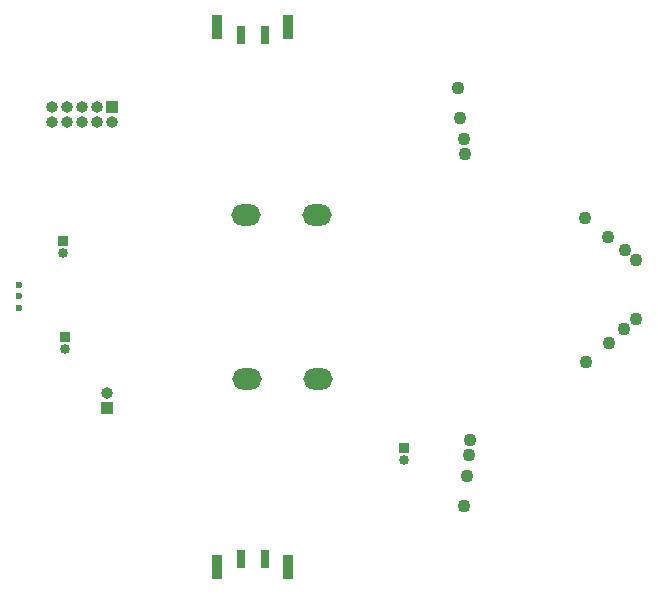
<source format=gbr>
%TF.GenerationSoftware,KiCad,Pcbnew,8.0.4-8.0.4-0~ubuntu22.04.1*%
%TF.CreationDate,2025-02-28T00:25:37+09:00*%
%TF.ProjectId,main,6d61696e-2e6b-4696-9361-645f70636258,rev?*%
%TF.SameCoordinates,Original*%
%TF.FileFunction,Soldermask,Bot*%
%TF.FilePolarity,Negative*%
%FSLAX46Y46*%
G04 Gerber Fmt 4.6, Leading zero omitted, Abs format (unit mm)*
G04 Created by KiCad (PCBNEW 8.0.4-8.0.4-0~ubuntu22.04.1) date 2025-02-28 00:25:37*
%MOMM*%
%LPD*%
G01*
G04 APERTURE LIST*
%ADD10C,1.100000*%
%ADD11C,0.600000*%
%ADD12R,0.900000X2.100000*%
%ADD13R,0.700000X1.500000*%
%ADD14O,1.000000X1.000000*%
%ADD15R,1.000000X1.000000*%
%ADD16O,0.850000X0.850000*%
%ADD17R,0.850000X0.850000*%
%ADD18O,2.500000X1.800000*%
G04 APERTURE END LIST*
D10*
%TO.C,D12*%
X179746376Y-82255334D03*
X179525000Y-79725000D03*
%TD*%
%TO.C,D14*%
X192234315Y-92349509D03*
X190288563Y-90716829D03*
%TD*%
%TO.C,D15*%
X190379248Y-102932680D03*
X192325000Y-101300000D03*
%TD*%
%TO.C,Q1*%
X194622879Y-94266339D03*
X193649999Y-93449999D03*
%TD*%
%TO.C,D13*%
X180089312Y-115090167D03*
X180310688Y-112559833D03*
%TD*%
D11*
%TO.C,U4*%
X142400000Y-96375000D03*
X142400000Y-97375000D03*
X142400000Y-98375000D03*
%TD*%
D12*
%TO.C,J2*%
X159175000Y-120325000D03*
D13*
X161175000Y-119625000D03*
X163175000Y-119625000D03*
D12*
X165175000Y-120325000D03*
%TD*%
D14*
%TO.C,J8*%
X145160000Y-82625000D03*
X145160001Y-81355000D03*
X146430000Y-82625000D03*
X146430000Y-81355000D03*
X147700000Y-82625000D03*
X147700000Y-81355000D03*
X148970000Y-82625000D03*
X148969999Y-81355000D03*
X150240000Y-82625001D03*
D15*
X150240000Y-81355000D03*
%TD*%
D10*
%TO.C,Q4*%
X193627124Y-100141340D03*
X194600000Y-99325000D03*
%TD*%
%TO.C,Q5*%
X180146376Y-85330335D03*
X180035688Y-84065167D03*
%TD*%
D14*
%TO.C,J5*%
X149850000Y-105579999D03*
D15*
X149850000Y-106850000D03*
%TD*%
D16*
%TO.C,J9*%
X175000000Y-111250000D03*
D17*
X175000000Y-110250000D03*
%TD*%
D10*
%TO.C,Q6*%
X180489311Y-110790168D03*
X180600001Y-109525000D03*
%TD*%
D16*
%TO.C,J4*%
X146125000Y-93700000D03*
D17*
X146125000Y-92700000D03*
%TD*%
D16*
%TO.C,J3*%
X146250000Y-101825000D03*
D17*
X146250000Y-100825000D03*
%TD*%
D18*
%TO.C,J1*%
X161674600Y-104400000D03*
X167674600Y-104400000D03*
%TD*%
D12*
%TO.C,J7*%
X165175000Y-74525000D03*
D13*
X163175000Y-75225000D03*
X161175000Y-75225000D03*
D12*
X159175000Y-74525000D03*
%TD*%
D18*
%TO.C,J6*%
X167575400Y-90450000D03*
X161575400Y-90450000D03*
%TD*%
M02*

</source>
